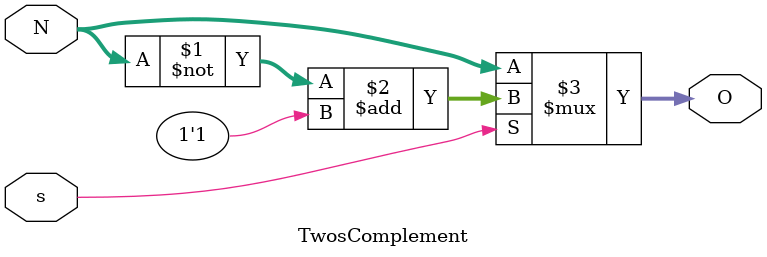
<source format=v>
module TwosComplement(input[24:0] N, input s, output [24:0] O);
  assign O = s ? (~N[24:0] + 1'b1) : N;
endmodule

</source>
